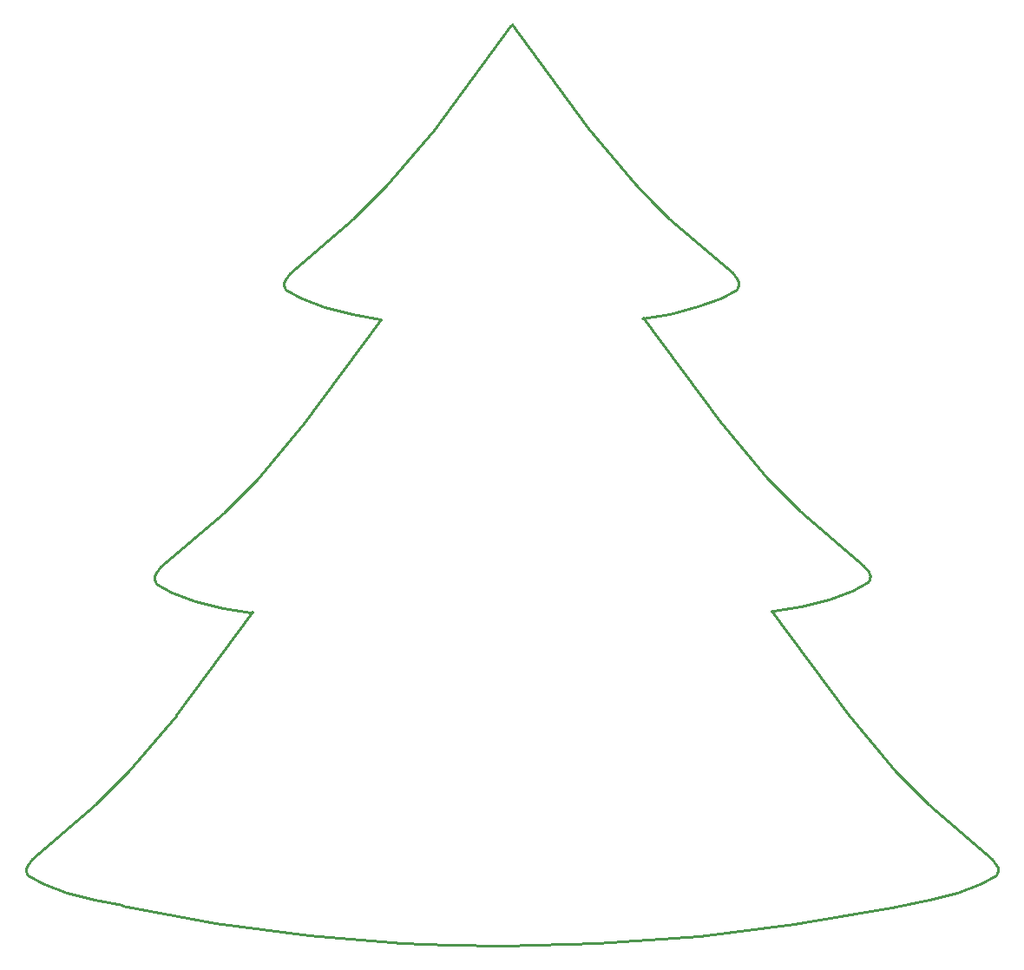
<source format=gko>
G04 Layer: BoardOutline*
G04 EasyEDA v6.2.35, 2019-08-21T20:42:41--4:00*
G04 b93f31dc4dfb4fa4b1faa3162af4ed07,6e2bf04d41c14c7a8c50f1ceb3267db7,10*
G04 Gerber Generator version 0.2*
G04 Scale: 100 percent, Rotated: No, Reflected: No *
G04 Dimensions in millimeters *
G04 leading zeros omitted , absolute positions ,3 integer and 3 decimal *
%FSLAX33Y33*%
%MOMM*%
G90*
G71D02*

%ADD10C,0.254000*%
G54D10*
G01X47309Y89754D02*
G01X39790Y79615D01*
G01X39789Y79611D02*
G01X35145Y74130D01*
G01X31931Y70903D01*
G01X25763Y65619D02*
G01X25333Y65042D01*
G01X25169Y64706D01*
G01X25149Y64537D01*
G01X25170Y64389D01*
G01X25236Y64213D01*
G01X25365Y63995D01*
G01X25378Y63975D02*
G01X26926Y63116D01*
G01X29153Y62296D01*
G01X31851Y61599D01*
G01X34555Y61152D01*
G01X54934Y79709D02*
G01X47414Y89875D01*
G01X62793Y70969D02*
G01X61226Y72457D01*
G01X59497Y74299D01*
G01X54935Y79705D01*
G01X31849Y70831D02*
G01X25763Y65619D01*
G01X69359Y64039D02*
G01X69488Y64256D01*
G01X69554Y64432D01*
G01X69575Y64580D01*
G01X69555Y64749D01*
G01X69401Y65070D01*
G01X68961Y65664D01*
G01X60169Y61228D02*
G01X62873Y61665D01*
G01X65571Y62353D01*
G01X67798Y63166D01*
G01X69346Y64019D01*
G01X34683Y61084D02*
G01X27163Y50945D01*
G01X27162Y50940D02*
G01X22518Y45460D01*
G01X19304Y42232D01*
G01X68961Y65664D02*
G01X62875Y70897D01*
G01X13136Y36949D02*
G01X12696Y36355D01*
G01X12542Y36035D01*
G01X12522Y35866D01*
G01X12543Y35718D01*
G01X12609Y35542D01*
G01X12738Y35324D01*
G01X12751Y35305D02*
G01X14298Y34446D01*
G01X16526Y33625D01*
G01X19224Y32928D01*
G01X21928Y32482D01*
G01X67736Y51150D02*
G01X60216Y61316D01*
G01X75595Y42410D02*
G01X72381Y45649D01*
G01X67737Y51146D01*
G01X19222Y42160D02*
G01X13136Y36949D01*
G01X82161Y35480D02*
G01X82290Y35697D01*
G01X82356Y35873D01*
G01X82377Y36021D01*
G01X82357Y36190D01*
G01X82203Y36511D01*
G01X81763Y37105D01*
G01X72971Y32669D02*
G01X75675Y33106D01*
G01X78373Y33794D01*
G01X80600Y34607D01*
G01X82148Y35460D01*
G01X80258Y22538D02*
G01X72739Y32703D01*
G01X88117Y13798D02*
G01X84903Y17037D01*
G01X80259Y22533D01*
G01X81763Y37105D02*
G01X75677Y42338D01*
G01X94684Y6867D02*
G01X94812Y7084D01*
G01X94878Y7261D01*
G01X94900Y7408D01*
G01X94879Y7578D01*
G01X94726Y7898D01*
G01X94285Y8493D01*
G01X84901Y3775D02*
G01X88197Y4494D01*
G01X90895Y5181D01*
G01X93123Y5994D01*
G01X94670Y6848D01*
G01X22160Y32611D02*
G01X14641Y22472D01*
G01X14640Y22467D02*
G01X9995Y16987D01*
G01X6782Y13760D01*
G01X94286Y8493D02*
G01X88199Y13726D01*
G01X613Y8476D02*
G01X173Y7883D01*
G01X20Y7563D01*
G01X0Y7394D01*
G01X21Y7246D01*
G01X95Y7052D01*
G01X215Y6852D01*
G01X229Y6832D02*
G01X1776Y5973D01*
G01X4004Y5152D01*
G01X6702Y4456D01*
G01X9405Y4009D01*
G01X9463Y3917D02*
G01X18522Y2223D01*
G01X27608Y1013D01*
G01X36719Y276D01*
G01X41284Y81D01*
G01X46617Y0D01*
G01X55779Y216D01*
G01X65731Y949D01*
G01X74942Y2074D01*
G01X84945Y3767D01*
G01X6700Y13688D02*
G01X613Y8476D01*

%LPD*%
M00*
M02*

</source>
